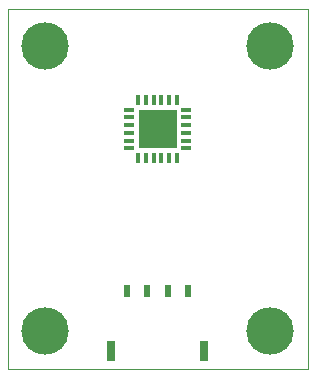
<source format=gts>
G04 EAGLE Gerber RS-274X export*
G75*
%MOMM*%
%FSLAX34Y34*%
%LPD*%
%INSolder Mask top*%
%IPPOS*%
%AMOC8*
5,1,8,0,0,1.08239X$1,22.5*%
G01*
%ADD10C,0.000000*%
%ADD11R,0.850000X0.350000*%
%ADD12R,0.350000X0.850000*%
%ADD13R,3.300000X3.300000*%
%ADD14R,0.600000X1.000000*%
%ADD15R,0.700000X1.800000*%
%ADD16C,4.016000*%


D10*
X0Y0D02*
X254000Y0D01*
X254000Y304800D01*
X0Y304800D01*
X0Y0D01*
D11*
X102500Y219450D03*
X102500Y212950D03*
X102500Y206450D03*
X102500Y199950D03*
X102500Y193450D03*
X102500Y186950D03*
D12*
X110750Y178700D03*
X117250Y178700D03*
X123750Y178700D03*
X130250Y178700D03*
X136750Y178700D03*
X143250Y178700D03*
D11*
X151500Y186950D03*
X151500Y193450D03*
X151500Y199950D03*
X151500Y206450D03*
X151500Y212950D03*
X151500Y219450D03*
D12*
X143250Y227700D03*
X136750Y227700D03*
X130250Y227700D03*
X123750Y227700D03*
X117250Y227700D03*
X110750Y227700D03*
D13*
X127000Y203200D03*
D14*
X101500Y65675D03*
X118500Y65675D03*
X135500Y65675D03*
X152500Y65675D03*
D15*
X87750Y15175D03*
X166250Y15175D03*
D16*
X31750Y273050D03*
X222250Y273050D03*
X222250Y31750D03*
X31750Y31750D03*
M02*

</source>
